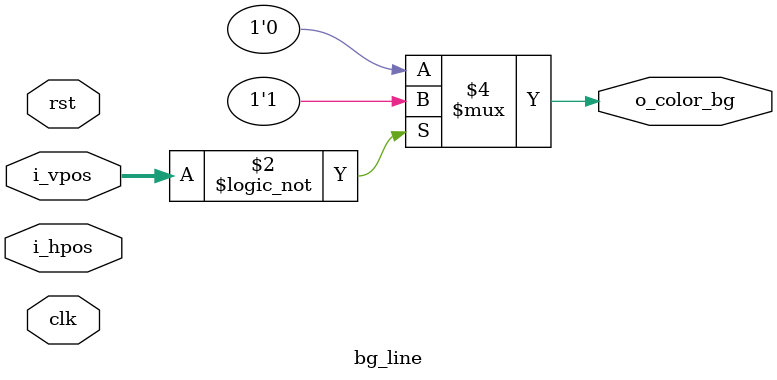
<source format=v>
`default_nettype none

module bg_line #(parameter CONV = 0, parameter GND_LINE = 0) (
  input  wire       clk,      // clock
  input  wire       rst, 

  // Graphics
  input wire [9:CONV] i_hpos,
  input wire [9:CONV] i_vpos,
  output reg o_color_bg   // Dedicated outputs
);

  reg [9:CONV] y_offset;
  reg [9:CONV] x_offset;
  reg in_sprite;

  always @(*) begin
    o_color_bg = 1'b0;
    // optimize this heavily for ROM
    if (i_vpos == GND_LINE) begin
      o_color_bg = 1'b1;
    end
  end
endmodule



</source>
